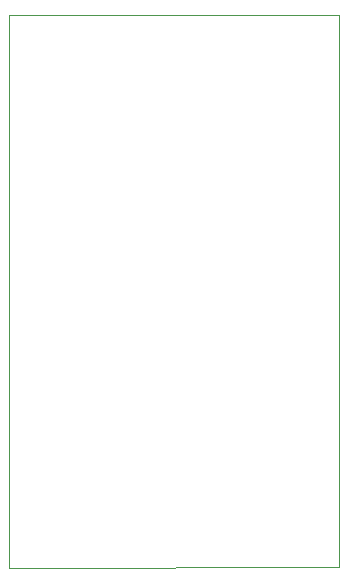
<source format=gbo>
G75*
%MOIN*%
%OFA0B0*%
%FSLAX25Y25*%
%IPPOS*%
%LPD*%
%AMOC8*
5,1,8,0,0,1.08239X$1,22.5*
%
%ADD10C,0.00394*%
D10*
X0004414Y0002067D02*
X0114478Y0002130D01*
X0114478Y0186381D01*
X0004414Y0186319D01*
X0004414Y0002067D01*
M02*

</source>
